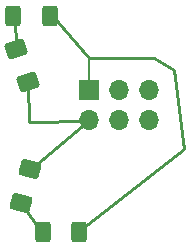
<source format=gbr>
G04 #@! TF.GenerationSoftware,KiCad,Pcbnew,(6.99.0-2452-gdb4f2d9dd8)*
G04 #@! TF.CreationDate,2022-07-21T07:10:37-08:00*
G04 #@! TF.ProjectId,jwtelescope,6a777465-6c65-4736-936f-70652e6b6963,rev?*
G04 #@! TF.SameCoordinates,Original*
G04 #@! TF.FileFunction,Copper,L2,Bot*
G04 #@! TF.FilePolarity,Positive*
%FSLAX46Y46*%
G04 Gerber Fmt 4.6, Leading zero omitted, Abs format (unit mm)*
G04 Created by KiCad (PCBNEW (6.99.0-2452-gdb4f2d9dd8)) date 2022-07-21 07:10:37*
%MOMM*%
%LPD*%
G01*
G04 APERTURE LIST*
G04 Aperture macros list*
%AMRoundRect*
0 Rectangle with rounded corners*
0 $1 Rounding radius*
0 $2 $3 $4 $5 $6 $7 $8 $9 X,Y pos of 4 corners*
0 Add a 4 corners polygon primitive as box body*
4,1,4,$2,$3,$4,$5,$6,$7,$8,$9,$2,$3,0*
0 Add four circle primitives for the rounded corners*
1,1,$1+$1,$2,$3*
1,1,$1+$1,$4,$5*
1,1,$1+$1,$6,$7*
1,1,$1+$1,$8,$9*
0 Add four rect primitives between the rounded corners*
20,1,$1+$1,$2,$3,$4,$5,0*
20,1,$1+$1,$4,$5,$6,$7,0*
20,1,$1+$1,$6,$7,$8,$9,0*
20,1,$1+$1,$8,$9,$2,$3,0*%
G04 Aperture macros list end*
G04 #@! TA.AperFunction,NonConductor*
%ADD10C,0.254000*%
G04 #@! TD*
G04 #@! TA.AperFunction,NonConductor*
%ADD11C,0.200000*%
G04 #@! TD*
G04 #@! TA.AperFunction,SMDPad,CuDef*
%ADD12RoundRect,0.250000X-0.400000X-0.625000X0.400000X-0.625000X0.400000X0.625000X-0.400000X0.625000X0*%
G04 #@! TD*
G04 #@! TA.AperFunction,ComponentPad*
%ADD13R,1.700000X1.700000*%
G04 #@! TD*
G04 #@! TA.AperFunction,ComponentPad*
%ADD14O,1.700000X1.700000*%
G04 #@! TD*
G04 #@! TA.AperFunction,SMDPad,CuDef*
%ADD15RoundRect,0.250001X0.483999X-0.608501X0.723406X0.284978X-0.483999X0.608501X-0.723406X-0.284978X0*%
G04 #@! TD*
G04 #@! TA.AperFunction,SMDPad,CuDef*
%ADD16RoundRect,0.250001X0.741523X-0.233822X0.440373X0.640781X-0.741523X0.233822X-0.440373X-0.640781X0*%
G04 #@! TD*
G04 #@! TA.AperFunction,SMDPad,CuDef*
%ADD17RoundRect,0.250000X0.400000X0.625000X-0.400000X0.625000X-0.400000X-0.625000X0.400000X-0.625000X0*%
G04 #@! TD*
G04 APERTURE END LIST*
D10*
X95900000Y-36600000D02*
X99100000Y-40300000D01*
D11*
X99100000Y-40300000D02*
X99100000Y-42700000D01*
D10*
X94000000Y-45700000D02*
X99000000Y-45600000D01*
X94000000Y-45700000D02*
X93900000Y-42400000D01*
D11*
X93300000Y-52600000D02*
X93300000Y-52600000D01*
D10*
X106300000Y-41300000D02*
X107100000Y-48000000D01*
X93000000Y-39500000D02*
X92700000Y-36700000D01*
X106300000Y-41300000D02*
X104600000Y-40300000D01*
X104600000Y-40300000D02*
X99100000Y-40300000D01*
X95100000Y-55100000D02*
X93300000Y-52600000D01*
X94200000Y-49700000D02*
X99000000Y-45600000D01*
X107100000Y-48000000D02*
X98200000Y-54900000D01*
D12*
X95150000Y-55000000D03*
X98250000Y-55000000D03*
D13*
X99059999Y-43029999D03*
D14*
X99059999Y-45569999D03*
X101599999Y-43029999D03*
X101599999Y-45569999D03*
X104139999Y-43029999D03*
X104139999Y-45569999D03*
D15*
X93315007Y-52536815D03*
X94084993Y-49663185D03*
D16*
X93884283Y-42306459D03*
X92915717Y-39493541D03*
D17*
X95750000Y-36700000D03*
X92650000Y-36700000D03*
M02*

</source>
